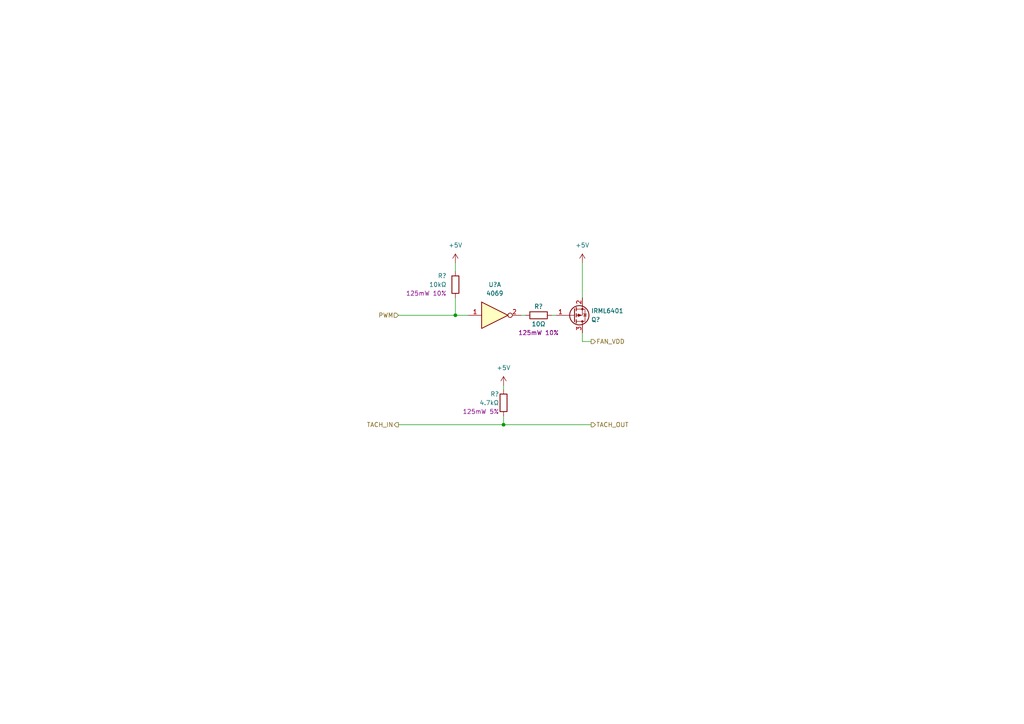
<source format=kicad_sch>
(kicad_sch (version 20231120) (generator "eeschema") (generator_version "8.0")
  (paper "A4")
  (lib_symbols
    (symbol "4xxx:4069" (pin_names (offset 1.016))
      (property "Reference" "U" (at 0 1.27 0))
      (property "Value" "4069" (at 0 -1.27 0))
      (symbol "4069_1_0"
        (polyline (pts (xy -3.81 3.81) (xy -3.81 -3.81) (xy 3.81 0) (xy -3.81 3.81)) (stroke (width 0.254)) (fill (type background)))
        (pin input line (at -7.62 0 0) (length 3.81) (name "~") (number "1"))
        (pin output inverted (at 7.62 0 180) (length 3.81) (name "~") (number "2"))
      )
      (symbol "4069_2_0"
        (polyline (pts (xy -3.81 3.81) (xy -3.81 -3.81) (xy 3.81 0) (xy -3.81 3.81)) (stroke (width 0.254)) (fill (type background)))
        (pin input line (at -7.62 0 0) (length 3.81) (name "~") (number "3"))
        (pin output inverted (at 7.62 0 180) (length 3.81) (name "~") (number "4"))
      )
      (symbol "4069_3_0"
        (polyline (pts (xy -3.81 3.81) (xy -3.81 -3.81) (xy 3.81 0) (xy -3.81 3.81)) (stroke (width 0.254)) (fill (type background)))
        (pin input line (at -7.62 0 0) (length 3.81) (name "~") (number "5"))
        (pin output inverted (at 7.62 0 180) (length 3.81) (name "~") (number "6"))
      )
      (symbol "4069_4_0"
        (polyline (pts (xy -3.81 3.81) (xy -3.81 -3.81) (xy 3.81 0) (xy -3.81 3.81)) (stroke (width 0.254)) (fill (type background)))
        (pin output inverted (at 7.62 0 180) (length 3.81) (name "~") (number "8"))
        (pin input line (at -7.62 0 0) (length 3.81) (name "~") (number "9"))
      )
      (symbol "4069_5_0"
        (polyline (pts (xy -3.81 3.81) (xy -3.81 -3.81) (xy 3.81 0) (xy -3.81 3.81)) (stroke (width 0.254)) (fill (type background)))
        (pin output inverted (at 7.62 0 180) (length 3.81) (name "~") (number "10"))
        (pin input line (at -7.62 0 0) (length 3.81) (name "~") (number "11"))
      )
      (symbol "4069_6_0"
        (polyline (pts (xy -3.81 3.81) (xy -3.81 -3.81) (xy 3.81 0) (xy -3.81 3.81)) (stroke (width 0.254)) (fill (type background)))
        (pin output inverted (at 7.62 0 180) (length 3.81) (name "~") (number "12"))
        (pin input line (at -7.62 0 0) (length 3.81) (name "~") (number "13"))
      )
      (symbol "4069_7_0"
        (pin power_in line (at 0 12.7 270) (length 5.08) (name "VDD") (number "14"))
        (pin power_in line (at 0 -12.7 90) (length 5.08) (name "VSS") (number "7"))
      )
      (symbol "4069_7_1"
        (rectangle (start -5.08 7.62) (end 5.08 -7.62) (stroke (width 0.254)) (fill (type background)))
      )
    )
    (symbol "Device:R" (pin_numbers hide) (pin_names (offset 0))
      (property "Reference" "R" (at 2.032 0 90))
      (property "Value" "R" (at 0 0 90))
      (symbol "R_0_1"
        (rectangle (start -1.016 -2.54) (end 1.016 2.54) (stroke (width 0.254)))
      )
      (symbol "R_1_1"
        (pin passive line (at 0 3.81 270) (length 1.27) (name "~") (number "1"))
        (pin passive line (at 0 -3.81 90) (length 1.27) (name "~") (number "2"))
      )
    )
    (symbol "Transistor_FET:AO3401A" (pin_names hide)
      (property "Reference" "Q" (at 5.08 1.905 0))
      (property "Value" "AO3401A" (at 5.08 0 0))
      (symbol "AO3401A_0_1"
        (polyline (pts (xy 0.254 0) (xy -2.54 0)))
        (polyline (pts (xy 0.254 1.905) (xy 0.254 -1.905)) (stroke (width 0.254)))
        (polyline (pts (xy 0.762 -1.27) (xy 0.762 -2.286)) (stroke (width 0.254)))
        (polyline (pts (xy 0.762 0.508) (xy 0.762 -0.508)) (stroke (width 0.254)))
        (polyline (pts (xy 0.762 2.286) (xy 0.762 1.27)) (stroke (width 0.254)))
        (polyline (pts (xy 2.54 2.54) (xy 2.54 1.778)))
        (polyline (pts (xy 2.54 -2.54) (xy 2.54 0) (xy 0.762 0)))
        (polyline (pts (xy 0.762 1.778) (xy 3.302 1.778) (xy 3.302 -1.778) (xy 0.762 -1.778)))
        (polyline (pts (xy 2.286 0) (xy 1.27 0.381) (xy 1.27 -0.381) (xy 2.286 0)) (fill (type outline)))
        (polyline (pts (xy 2.794 -0.508) (xy 2.921 -0.381) (xy 3.683 -0.381) (xy 3.81 -0.254)))
        (polyline (pts (xy 3.302 -0.381) (xy 2.921 0.254) (xy 3.683 0.254) (xy 3.302 -0.381)))
        (circle (center 1.651 0) (radius 2.794) (stroke (width 0.254)))
        (circle (center 2.54 -1.778) (radius 0.254) (fill (type outline)))
        (circle (center 2.54 1.778) (radius 0.254) (fill (type outline)))
      )
      (symbol "AO3401A_1_1"
        (pin input line (at -5.08 0 0) (length 2.54) (name "G") (number "1"))
        (pin passive line (at 2.54 -5.08 90) (length 2.54) (name "S") (number "2"))
        (pin passive line (at 2.54 5.08 270) (length 2.54) (name "D") (number "3"))
      )
    )
    (symbol "power:+5V" (power) (pin_names (offset 0))
      (property "Value" "+5V" (at 0 3.556 0))
      (symbol "+5V_0_1"
        (polyline (pts (xy -0.762 1.27) (xy 0 2.54)))
        (polyline (pts (xy 0 0) (xy 0 2.54)))
        (polyline (pts (xy 0 2.54) (xy 0.762 1.27)))
      )
      (symbol "+5V_1_1"
        (pin power_in line (at 0 0 90) (length 0) hide (name "+5V") (number "1"))
      )
    )
  )
  (junction (at 146.05 123.19))
  (junction (at 132.08 91.44))
  (wire (pts (xy 168.91 99.06) (xy 168.91 96.52)))
  (wire (pts (xy 146.05 123.19) (xy 171.45 123.19)))
  (wire (pts (xy 168.91 76.2) (xy 168.91 86.36)))
  (wire (pts (xy 146.05 111.76) (xy 146.05 113.03)))
  (wire (pts (xy 171.45 99.06) (xy 168.91 99.06)))
  (wire (pts (xy 132.08 91.44) (xy 115.57 91.44)))
  (wire (pts (xy 115.57 123.19) (xy 146.05 123.19)))
  (wire (pts (xy 146.05 120.65) (xy 146.05 123.19)))
  (wire (pts (xy 132.08 91.44) (xy 135.89 91.44)))
  (wire (pts (xy 132.08 86.36) (xy 132.08 91.44)))
  (wire (pts (xy 152.4 91.44) (xy 151.13 91.44)))
  (wire (pts (xy 132.08 76.2) (xy 132.08 78.74)))
  (wire (pts (xy 161.29 91.44) (xy 160.02 91.44)))
  (hierarchical_label "TACH_IN" (shape output) (at 115.57 123.19 180))
  (hierarchical_label "PWM" (shape input) (at 115.57 91.44 180))
  (hierarchical_label "FAN_VDD" (shape output) (at 171.45 99.06 0))
  (hierarchical_label "TACH_OUT" (shape output) (at 171.45 123.19 0))
  (symbol (lib_id "Device:R") (at 132.08 82.55 0) (mirror x) (unit 1)
    (property "Reference" "R?" (at 129.54 80.01 0) (effects (justify right)))
    (property "Value" "10kΩ" (at 129.54 82.55 0) (effects (justify right)))
    (property "Footprint" "Resistor_SMD:R_0805_2012Metric" (effects (hide yes)))
    (property "Info" "125mW 10%" (at 129.54 85.09 0) (effects (justify right)))
    (property "Shop" "https://store.comet.bg/Catalogue/Product/29102/" (effects (hide yes)))
    (property "LCSC" "C17414" (effects (hide yes)))
  )
  (symbol (lib_id "4xxx:4069") (at 143.51 91.44 0) (unit 1)
    (property "Reference" "U?" (at 143.51 82.55 0))
    (property "Value" "4069" (at 143.51 85.09 0))
    (property "Datasheet" "http://www.intersil.com/content/dam/Intersil/documents/cd40/cd4069ubms.pdf" (effects (hide yes)))
    (property "Description" "Hex inverter" (effects (hide yes)))
    (instances (project "power_board" (path "" (reference "U?") (unit 1)) (path "" (reference "U?") (unit 2)) (path "" (reference "U?") (unit 3)) (path "" (reference "U?") (unit 4))))
  )
  (symbol (lib_id "Device:R") (at 146.05 116.84 0) (mirror x) (unit 1)
    (property "Reference" "R?" (at 144.78 114.3 0) (effects (justify right)))
    (property "Value" "4.7kΩ" (at 144.78 116.84 0) (effects (justify right)))
    (property "Footprint" "Resistor_SMD:R_0805_2012Metric" (effects (hide yes)))
    (property "Info" "125mW 5%" (at 144.78 119.38 0) (effects (justify right)))
    (property "Shop" "https://store.comet.bg/Catalogue/Product/29101/" (effects (hide yes)))
    (property "LCSC" "C17673" (effects (hide yes)))
  )
  (symbol (lib_id "Device:R") (at 156.21 91.44 90) (mirror x) (unit 1)
    (property "Reference" "R?" (at 156.21 88.9 90))
    (property "Value" "10Ω" (at 156.21 93.98 90))
    (property "Footprint" "Resistor_SMD:R_0805_2012Metric" (effects (hide yes)))
    (property "Info" "125mW 10%" (at 156.21 96.52 90))
    (property "Shop" "https://store.comet.bg/Catalogue/Product/29580/" (effects (hide yes)))
  )
  (symbol (lib_id "power:+5V") (at 146.05 111.76 0) (unit 1)
    (property "Reference" "#PWR039" (effects (hide yes)))
    (property "Value" "+5V" (at 146.05 106.68 0))
    (instances (project "power_board" (path "" (reference "#PWR039") (unit 1)) (path "" (reference "#PWR040") (unit 1)) (path "" (reference "#PWR041") (unit 1)) (path "" (reference "#PWR042") (unit 1))))
  )
  (symbol (lib_id "Transistor_FET:AO3401A") (at 166.37 91.44 0) (mirror x) (unit 1)
    (property "Reference" "Q?" (at 171.45 92.71 0) (effects (justify left)))
    (property "Value" "IRML6401" (at 171.45 90.17 0) (effects (justify left)))
    (property "Footprint" "Package_TO_SOT_SMD:SOT-23" (effects (hide yes)))
    (property "Description" "P-Channel MOSFET, SOT-23" (effects (hide yes)))
    (property "Part" "IRLML6401TRPBF" (effects (hide yes)))
    (property "Shop" "https://store.comet.bg/Catalogue/Product/9062/" (effects (hide yes)))
  )
  (symbol (lib_id "power:+5V") (at 168.91 76.2 0) (unit 1)
    (property "Reference" "#PWR091" (effects (hide yes)))
    (property "Value" "+5V" (at 168.91 71.12 0))
    (instances (project "power_board" (path "" (reference "#PWR091") (unit 1)) (path "" (reference "#PWR092") (unit 1)) (path "" (reference "#PWR093") (unit 1)) (path "" (reference "#PWR094") (unit 1))))
  )
  (symbol (lib_id "power:+5V") (at 132.08 76.2 0) (unit 1)
    (property "Reference" "#PWR044" (effects (hide yes)))
    (property "Value" "+5V" (at 132.08 71.12 0))
    (instances (project "power_board" (path "" (reference "#PWR044") (unit 1)) (path "" (reference "#PWR046") (unit 1)) (path "" (reference "#PWR047") (unit 1)) (path "" (reference "#PWR090") (unit 1))))
  )
)
</source>
